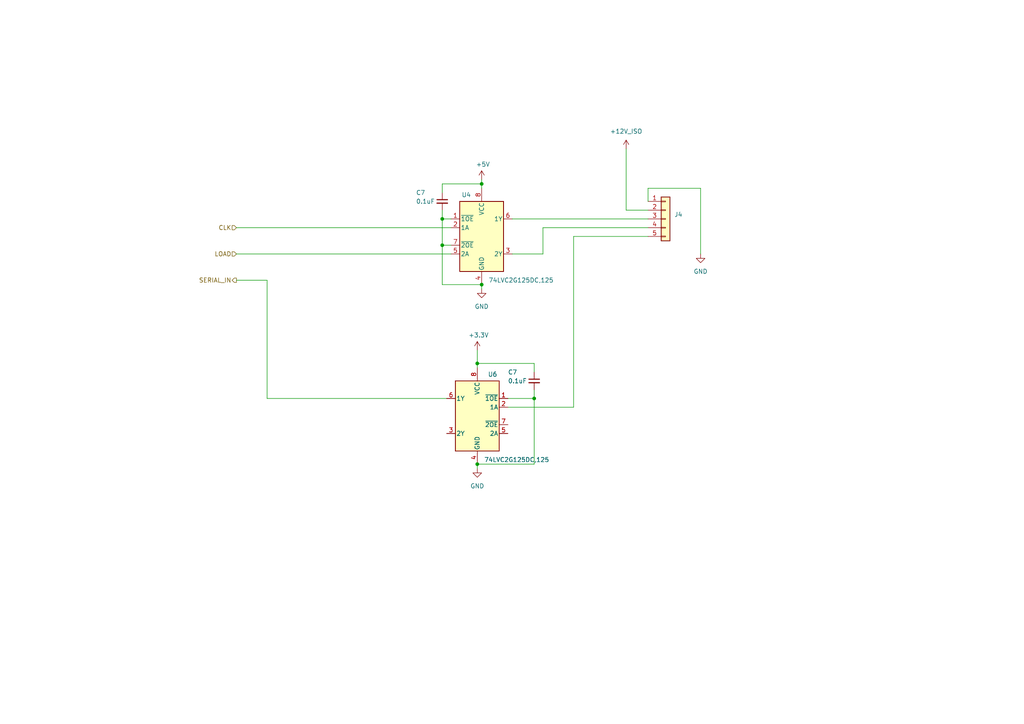
<source format=kicad_sch>
(kicad_sch (version 20230121) (generator eeschema)
  (paper "A4")
  (lib_symbols
    (symbol "0_connector:Molex Micro-Fit 5pos" (pin_names (offset 1.016) hide)
      (property "Reference" "J" (at 0 7.62 0))
      (property "Value" "Molex Micro-Fit 5pos" (at 0 -10.16 0))
      (symbol "Molex Micro-Fit 5pos_1_1"
        (rectangle (start -1.27 -4.953) (end 0 -5.207) (stroke (width 0.1524)))
        (rectangle (start -1.27 -2.413) (end 0 -2.667) (stroke (width 0.1524)))
        (rectangle (start -1.27 0.127) (end 0 -0.127) (stroke (width 0.1524)))
        (rectangle (start -1.27 2.667) (end 0 2.413) (stroke (width 0.1524)))
        (rectangle (start -1.27 5.207) (end 0 4.953) (stroke (width 0.1524)))
        (rectangle (start -1.27 6.35) (end 1.27 -6.35) (stroke (width 0.254)) (fill (type background)))
        (pin passive line (at -5.08 5.08 0) (length 3.81) (name "Pin_1") (number "1"))
        (pin passive line (at -5.08 2.54 0) (length 3.81) (name "Pin_2") (number "2"))
        (pin passive line (at -5.08 0 0) (length 3.81) (name "Pin_3") (number "3"))
        (pin passive line (at -5.08 -2.54 0) (length 3.81) (name "Pin_4") (number "4"))
        (pin passive line (at -5.08 -5.08 0) (length 3.81) (name "Pin_5") (number "5"))
      )
    )
    (symbol "Device:C_Small" (pin_numbers hide) (pin_names (offset 0.254) hide)
      (property "Reference" "C" (at 0.254 1.778 0))
      (property "Value" "C_Small" (at 0.254 -2.032 0))
      (symbol "C_Small_0_1"
        (polyline (pts (xy -1.524 -0.508) (xy 1.524 -0.508)) (stroke (width 0.3302)))
        (polyline (pts (xy -1.524 0.508) (xy 1.524 0.508)) (stroke (width 0.3048)))
      )
      (symbol "C_Small_1_1"
        (pin passive line (at 0 2.54 270) (length 2.032) (name "~") (number "1"))
        (pin passive line (at 0 -2.54 90) (length 2.032) (name "~") (number "2"))
      )
    )
    (symbol "KTX-MultiPCB:74AHCT2G125" (pin_names (offset 0.254))
      (property "Reference" "U" (at 2.54 12.7 0))
      (property "Value" "KTX-MultiPCB_74AHCT2G125" (at 1.27 -12.7 0))
      (symbol "74AHCT2G125_0_0"
        (pin power_in line (at 0 -13.97 90) (length 3.81) (name "GND") (number "4"))
        (pin power_in line (at 0 13.97 270) (length 3.81) (name "VCC") (number "8"))
      )
      (symbol "74AHCT2G125_0_1"
        (rectangle (start -6.35 10.16) (end 6.35 -10.16) (stroke (width 0.254)) (fill (type background)))
      )
      (symbol "74AHCT2G125_1_1"
        (pin input line (at -8.89 5.08 0) (length 2.54) (name "~{1OE}") (number "1"))
        (pin input line (at -8.89 2.54 0) (length 2.54) (name "1A") (number "2"))
        (pin output line (at 8.89 -5.08 180) (length 2.54) (name "2Y") (number "3"))
        (pin input line (at -8.89 -5.08 0) (length 2.54) (name "2A") (number "5"))
        (pin output line (at 8.89 5.08 180) (length 2.54) (name "1Y") (number "6"))
        (pin input line (at -8.89 -2.54 0) (length 2.54) (name "~{2OE}") (number "7"))
      )
    )
    (symbol "MeowWolf_Power:+12V_ISO" (power) (pin_names (offset 0))
      (property "Value" "+12V_ISO" (at 0 3.556 0))
      (symbol "+12V_ISO_0_1"
        (polyline (pts (xy -0.762 1.27) (xy 0 2.54)))
        (polyline (pts (xy 0 0) (xy 0 2.54)))
        (polyline (pts (xy 0 2.54) (xy 0.762 1.27)))
      )
      (symbol "+12V_ISO_1_1"
        (pin power_in line (at 0 0 90) (length 0) hide (name "+12V_ISO") (number "1"))
      )
    )
    (symbol "power:+3.3V" (power) (pin_names (offset 0))
      (property "Value" "+3.3V" (at 0 3.556 0))
      (symbol "+3.3V_0_1"
        (polyline (pts (xy -0.762 1.27) (xy 0 2.54)))
        (polyline (pts (xy 0 0) (xy 0 2.54)))
        (polyline (pts (xy 0 2.54) (xy 0.762 1.27)))
      )
      (symbol "+3.3V_1_1"
        (pin power_in line (at 0 0 90) (length 0) hide (name "+3.3V") (number "1"))
      )
    )
    (symbol "power:+5V" (power) (pin_names (offset 0))
      (property "Value" "+5V" (at 0 3.556 0))
      (symbol "+5V_0_1"
        (polyline (pts (xy -0.762 1.27) (xy 0 2.54)))
        (polyline (pts (xy 0 0) (xy 0 2.54)))
        (polyline (pts (xy 0 2.54) (xy 0.762 1.27)))
      )
      (symbol "+5V_1_1"
        (pin power_in line (at 0 0 90) (length 0) hide (name "+5V") (number "1"))
      )
    )
    (symbol "power:GND" (power) (pin_names (offset 0))
      (property "Value" "GND" (at 0 -3.81 0))
      (symbol "GND_0_1"
        (polyline (pts (xy 0 0) (xy 0 -1.27) (xy 1.27 -1.27) (xy 0 -2.54) (xy -1.27 -1.27) (xy 0 -1.27)))
      )
      (symbol "GND_1_1"
        (pin power_in line (at 0 0 270) (length 0) hide (name "GND") (number "1"))
      )
    )
  )
  (junction (at 139.7 82.55))
  (junction (at 139.7 53.34))
  (junction (at 154.94 115.57))
  (junction (at 138.43 105.41))
  (junction (at 138.43 134.62))
  (junction (at 128.27 63.5))
  (junction (at 128.27 71.12))
  (wire (pts (xy 147.32 115.57) (xy 154.94 115.57)))
  (wire (pts (xy 138.43 134.62) (xy 138.43 135.89)))
  (wire (pts (xy 203.2 54.61) (xy 203.2 73.66)))
  (wire (pts (xy 128.27 63.5) (xy 130.81 63.5)))
  (wire (pts (xy 138.43 134.62) (xy 154.94 134.62)))
  (wire (pts (xy 154.94 113.03) (xy 154.94 115.57)))
  (wire (pts (xy 157.48 73.66) (xy 157.48 66.04)))
  (wire (pts (xy 77.47 115.57) (xy 77.47 81.28)))
  (wire (pts (xy 138.43 101.6) (xy 138.43 105.41)))
  (wire (pts (xy 166.37 118.11) (xy 147.32 118.11)))
  (wire (pts (xy 68.58 73.66) (xy 130.81 73.66)))
  (wire (pts (xy 128.27 53.34) (xy 139.7 53.34)))
  (wire (pts (xy 129.54 115.57) (xy 77.47 115.57)))
  (wire (pts (xy 157.48 66.04) (xy 187.96 66.04)))
  (wire (pts (xy 138.43 105.41) (xy 154.94 105.41)))
  (wire (pts (xy 128.27 53.34) (xy 128.27 55.88)))
  (wire (pts (xy 148.59 73.66) (xy 157.48 73.66)))
  (wire (pts (xy 139.7 53.34) (xy 139.7 54.61)))
  (wire (pts (xy 128.27 71.12) (xy 130.81 71.12)))
  (wire (pts (xy 128.27 71.12) (xy 128.27 82.55)))
  (wire (pts (xy 181.61 43.18) (xy 181.61 60.96)))
  (wire (pts (xy 166.37 68.58) (xy 187.96 68.58)))
  (wire (pts (xy 77.47 81.28) (xy 68.58 81.28)))
  (wire (pts (xy 128.27 82.55) (xy 139.7 82.55)))
  (wire (pts (xy 138.43 105.41) (xy 138.43 106.68)))
  (wire (pts (xy 187.96 63.5) (xy 148.59 63.5)))
  (wire (pts (xy 68.58 66.04) (xy 130.81 66.04)))
  (wire (pts (xy 128.27 63.5) (xy 128.27 71.12)))
  (wire (pts (xy 187.96 60.96) (xy 181.61 60.96)))
  (wire (pts (xy 154.94 115.57) (xy 154.94 134.62)))
  (wire (pts (xy 187.96 54.61) (xy 203.2 54.61)))
  (wire (pts (xy 139.7 52.07) (xy 139.7 53.34)))
  (wire (pts (xy 166.37 68.58) (xy 166.37 118.11)))
  (wire (pts (xy 154.94 107.95) (xy 154.94 105.41)))
  (wire (pts (xy 187.96 54.61) (xy 187.96 58.42)))
  (wire (pts (xy 139.7 82.55) (xy 139.7 83.82)))
  (wire (pts (xy 128.27 60.96) (xy 128.27 63.5)))
  (hierarchical_label "LOAD" (shape input) (at 68.58 73.66 180))
  (hierarchical_label "SERIAL_IN" (shape output) (at 68.58 81.28 180))
  (hierarchical_label "CLK" (shape input) (at 68.58 66.04 180))
  (symbol (lib_id "KTX-MultiPCB:74AHCT2G125") (at 139.7 68.58 0) (unit 1)
    (property "Reference" "U4" (at 135.255 56.515 0))
    (property "Value" "74LVC2G125DC,125" (at 151.13 81.28 0))
    (property "Footprint" "Package_SO:VSSOP-8_2.4x2.1mm_P0.5mm" (effects hide))
    (property "Datasheet" "https://assets.nexperia.com/documents/data-sheet/74LVC2G125.pdf" (effects hide))
    (property "LCSC" "C548582" (effects hide))
    (property "Package" "VSSOP-8" (effects hide))
    (property "Manufacturer" "Nexperia" (effects hide))
    (property "Mfg. P/N" "74LVC2G125DC,125" (effects hide))
    (property "Digikey Page" "https://www.digikey.com/en/products/detail/nexperia-usa-inc/74LVC2G125DC-125/1231576" (effects hide))
    (property "Digikey P/N" "1727-5988-1-ND" (effects hide))
    (instances (project "GVH_CounterContoller" (path "" (reference "U4") (unit 1)) (path "" (reference "U2") (unit 1)) (path "" (reference "U3") (unit 1)) (path "" (reference "U7") (unit 1)) (path "" (reference "U11") (unit 1))) (project "KTX-MultiPCB" (path "" (reference "U4") (unit 1))))
  )
  (symbol (lib_id "0_connector:Molex Micro-Fit 5pos") (at 193.04 63.5 0) (unit 1)
    (property "Reference" "J4" (at 195.58 62.23 0) (effects (justify left)))
    (property "Value" "Molex Micro-Fit 5pos" (effects hide))
    (property "Footprint" "0_connector:MOLEX_MICROFIT-RA-5POS_436500500" (effects hide))
    (property "Datasheet" "https://www.molex.com/content/dam/molex/molex-dot-com/products/automated/en-us/salesdrawingpdf/436/43650/436500500_sd.pdf?inline" (effects hide))
    (property "Manufacturer" "MOLEX" (effects hide))
    (property "Digikey Page" "https://www.digikey.com/en/products/detail/molex/0436500500/268992?s=N4IgTCBcDaIAwBYDMA2ArHOG4gLoF8g" (effects hide))
    (property "Digikey P/N" "WM1863-ND" (effects hide))
    (property "MPN" "0436500500" (effects hide))
    (instances (project "GVH_CounterContoller" (path "" (reference "J4") (unit 1)) (path "" (reference "J2") (unit 1)) (path "" (reference "J1") (unit 1)) (path "" (reference "J3") (unit 1)) (path "" (reference "J7") (unit 1))))
  )
  (symbol (lib_id "MeowWolf_Power:+12V_ISO") (at 181.61 43.18 0) (unit 1)
    (property "Reference" "#PWR08" (effects hide))
    (property "Value" "+12V_ISO" (at 181.61 38.1 0))
    (instances (project "GVH_CounterContoller" (path "" (reference "#PWR08") (unit 1)) (path "" (reference "#PWR038") (unit 1)) (path "" (reference "#PWR01") (unit 1)) (path "" (reference "#PWR011") (unit 1)) (path "" (reference "#PWR045") (unit 1))))
  )
  (symbol (lib_id "power:GND") (at 139.7 83.82 0) (unit 1)
    (property "Reference" "#PWR012" (effects hide))
    (property "Value" "GND" (at 139.7 88.9 0))
    (instances (project "GVH_CounterContoller" (path "" (reference "#PWR012") (unit 1)) (path "" (reference "#PWR042") (unit 1)) (path "" (reference "#PWR08") (unit 1)) (path "" (reference "#PWR025") (unit 1)) (path "" (reference "#PWR048") (unit 1))) (project "GVH-SwissArmyPCB" (path "" (reference "#PWR019") (unit 1))))
  )
  (symbol (lib_id "power:GND") (at 203.2 73.66 0) (unit 1)
    (property "Reference" "#PWR012" (effects hide))
    (property "Value" "GND" (at 203.2 78.74 0))
    (instances (project "GVH_CounterContoller" (path "" (reference "#PWR012") (unit 1)) (path "" (reference "#PWR040") (unit 1)) (path "" (reference "#PWR07") (unit 1)) (path "" (reference "#PWR024") (unit 1)) (path "" (reference "#PWR047") (unit 1))) (project "GVH-SwissArmyPCB" (path "" (reference "#PWR019") (unit 1))))
  )
  (symbol (lib_id "power:GND") (at 138.43 135.89 0) (unit 1)
    (property "Reference" "#PWR012" (effects hide))
    (property "Value" "GND" (at 138.43 140.97 0))
    (instances (project "GVH_CounterContoller" (path "" (reference "#PWR012") (unit 1)) (path "" (reference "#PWR043") (unit 1)) (path "" (reference "#PWR010") (unit 1)) (path "" (reference "#PWR044") (unit 1)) (path "" (reference "#PWR050") (unit 1))) (project "GVH-SwissArmyPCB" (path "" (reference "#PWR019") (unit 1))))
  )
  (symbol (lib_id "KTX-MultiPCB:74AHCT2G125") (at 138.43 120.65 0) (mirror y) (unit 1)
    (property "Reference" "U6" (at 142.875 108.585 0))
    (property "Value" "74LVC2G125DC,125" (at 149.86 133.35 0))
    (property "Footprint" "Package_SO:VSSOP-8_2.4x2.1mm_P0.5mm" (effects hide))
    (property "Datasheet" "https://assets.nexperia.com/documents/data-sheet/74LVC2G125.pdf" (effects hide))
    (property "LCSC" "C548582" (effects hide))
    (property "Package" "VSSOP-8" (effects hide))
    (property "Manufacturer" "Nexperia" (effects hide))
    (property "Mfg. P/N" "74LVC2G125DC,125" (effects hide))
    (property "Digikey Page" "https://www.digikey.com/en/products/detail/nexperia-usa-inc/74LVC2G125DC-125/1231576" (effects hide))
    (property "Digikey P/N" "1727-5988-1-ND" (effects hide))
    (instances (project "GVH_CounterContoller" (path "" (reference "U6") (unit 1)) (path "" (reference "U9") (unit 1)) (path "" (reference "U6") (unit 1)) (path "" (reference "U10") (unit 1)) (path "" (reference "U12") (unit 1))) (project "KTX-MultiPCB" (path "" (reference "U4") (unit 1))))
  )
  (symbol (lib_id "power:+5V") (at 139.7 52.07 0) (unit 1)
    (property "Reference" "#PWR012" (effects hide))
    (property "Value" "+5V" (at 140.081 47.6758 0))
    (instances (project "GVH_CounterContoller" (path "" (reference "#PWR012") (unit 1)) (path "" (reference "#PWR039") (unit 1)) (path "" (reference "#PWR03") (unit 1)) (path "" (reference "#PWR012") (unit 1)) (path "" (reference "#PWR046") (unit 1))) (project "KTX-MultiPCB" (path "" (reference "#PWR0110") (unit 1))))
  )
  (symbol (lib_id "power:+3.3V") (at 138.43 101.6 0) (unit 1)
    (property "Reference" "#PWR024" (effects hide))
    (property "Value" "+3.3V" (at 138.811 97.2058 0))
    (instances (project "GVH_CounterContoller" (path "" (reference "#PWR024") (unit 1)) (path "" (reference "#PWR041") (unit 1)) (path "" (reference "#PWR09") (unit 1)) (path "" (reference "#PWR026") (unit 1)) (path "" (reference "#PWR049") (unit 1))) (project "KTX-MultiPCB" (path "" (reference "#PWR03") (unit 1))))
  )
  (symbol (lib_id "Device:C_Small") (at 128.27 58.42 0) (unit 1)
    (property "Reference" "C7" (at 120.65 55.88 0) (effects (justify left)))
    (property "Value" "0.1uF" (at 120.65 58.42 0) (effects (justify left)))
    (property "Footprint" "Capacitor_SMD:C_0402_1005Metric" (effects hide))
    (property "LCSC" "C1525" (effects hide))
    (property "Description" "100nF 16V X7R ±10% 0402 Multilayer Ceramic Capacitors" (effects hide))
    (property "Digikey P/N" "1276-1001-1-ND" (effects hide))
    (property "Digikey Page" "https://www.digikey.com/en/products/detail/samsung-electro-mechanics/CL05B104KO5NNNC/3886659?s=N4IgTCBcDaIMIBkAMBWAQgRiQFgNIHkUA5EuEAXQF8g" (effects hide))
    (property "MPN" "CL05B104KO5NNNC" (effects hide))
    (property "Manufacturer" "Samsung Electro-Mechanics" (effects hide))
    (property "Package" "0402 " (effects hide))
    (instances (project "GVH_CounterContoller" (path "" (reference "C7") (unit 1)) (path "" (reference "C10") (unit 1)) (path "" (reference "C4") (unit 1)) (path "" (reference "C6") (unit 1)) (path "" (reference "C8") (unit 1))))
  )
  (symbol (lib_id "Device:C_Small") (at 154.94 110.49 0) (unit 1)
    (property "Reference" "C7" (at 147.32 107.95 0) (effects (justify left)))
    (property "Value" "0.1uF" (at 147.32 110.49 0) (effects (justify left)))
    (property "Footprint" "Capacitor_SMD:C_0402_1005Metric" (effects hide))
    (property "LCSC" "C1525" (effects hide))
    (property "Description" "100nF 16V X7R ±10% 0402 Multilayer Ceramic Capacitors" (effects hide))
    (property "Digikey P/N" "1276-1001-1-ND" (effects hide))
    (property "Digikey Page" "https://www.digikey.com/en/products/detail/samsung-electro-mechanics/CL05B104KO5NNNC/3886659?s=N4IgTCBcDaIMIBkAMBWAQgRiQFgNIHkUA5EuEAXQF8g" (effects hide))
    (property "MPN" "CL05B104KO5NNNC" (effects hide))
    (property "Manufacturer" "Samsung Electro-Mechanics" (effects hide))
    (property "Package" "0402 " (effects hide))
    (instances (project "GVH_CounterContoller" (path "" (reference "C7") (unit 1)) (path "" (reference "C5") (unit 1)) (path "" (reference "C7") (unit 1)) (path "" (reference "C9") (unit 1)) (path "" (reference "C11") (unit 1))))
  )
)
</source>
